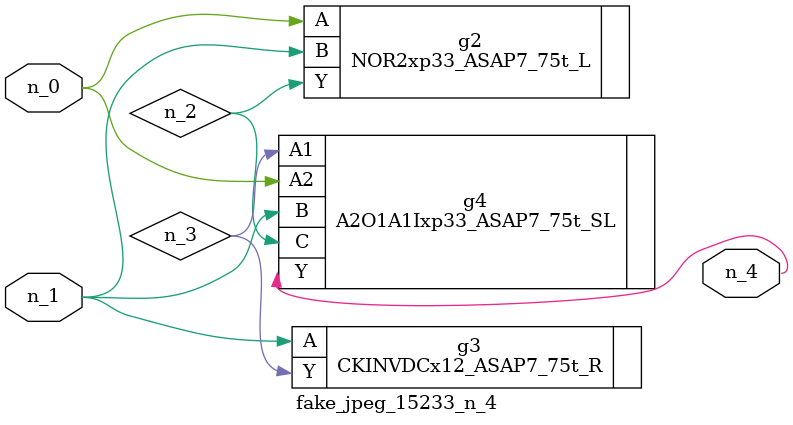
<source format=v>
module fake_jpeg_15233_n_4 (n_0, n_1, n_4);

input n_0;
input n_1;

output n_4;

wire n_3;
wire n_2;

NOR2xp33_ASAP7_75t_L g2 ( 
.A(n_0),
.B(n_1),
.Y(n_2)
);

CKINVDCx12_ASAP7_75t_R g3 ( 
.A(n_1),
.Y(n_3)
);

A2O1A1Ixp33_ASAP7_75t_SL g4 ( 
.A1(n_3),
.A2(n_0),
.B(n_1),
.C(n_2),
.Y(n_4)
);


endmodule
</source>
